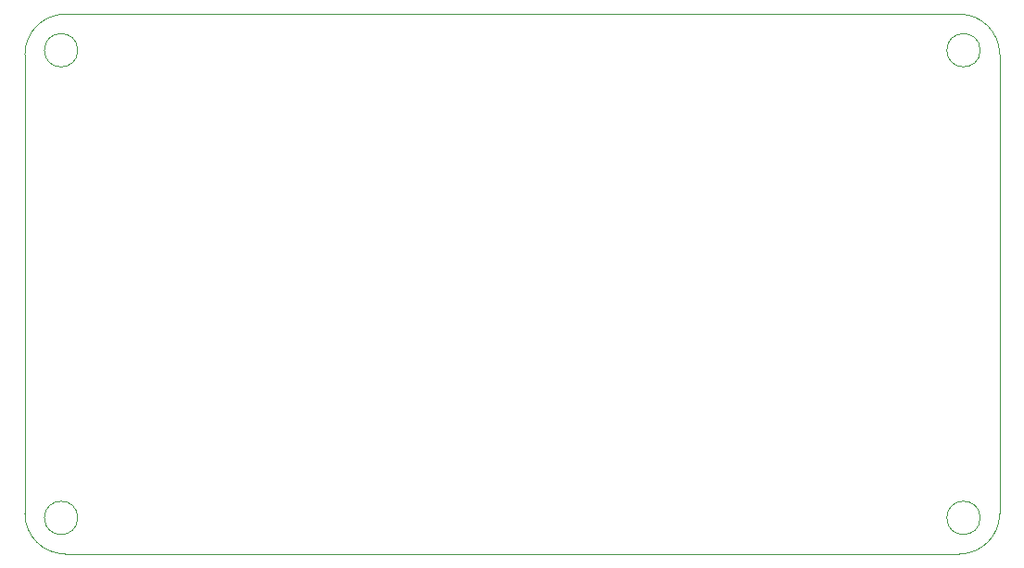
<source format=gm1>
G04 #@! TF.GenerationSoftware,KiCad,Pcbnew,7.0.1*
G04 #@! TF.CreationDate,2023-08-31T11:45:27+03:00*
G04 #@! TF.ProjectId,esp32_hotplate_digital,65737033-325f-4686-9f74-706c6174655f,rev?*
G04 #@! TF.SameCoordinates,Original*
G04 #@! TF.FileFunction,Profile,NP*
%FSLAX46Y46*%
G04 Gerber Fmt 4.6, Leading zero omitted, Abs format (unit mm)*
G04 Created by KiCad (PCBNEW 7.0.1) date 2023-08-31 11:45:27*
%MOMM*%
%LPD*%
G01*
G04 APERTURE LIST*
G04 #@! TA.AperFunction,Profile*
%ADD10C,0.100000*%
G04 #@! TD*
G04 APERTURE END LIST*
D10*
X130708400Y-54610000D02*
G75*
G03*
X130708400Y-54610000I-1524000J0D01*
G01*
X48260000Y-54610000D02*
G75*
G03*
X48260000Y-54610000I-1524000J0D01*
G01*
X47117000Y-51308000D02*
X128803400Y-51308000D01*
X130708400Y-97409000D02*
G75*
G03*
X130708400Y-97409000I-1524000J0D01*
G01*
X128803400Y-100711000D02*
X47117000Y-100711000D01*
X47117000Y-51308000D02*
G75*
G03*
X43434000Y-54991000I0J-3683000D01*
G01*
X43434000Y-97028000D02*
X43434000Y-54991000D01*
X132486400Y-54991000D02*
G75*
G03*
X128803400Y-51308000I-3683000J0D01*
G01*
X132486400Y-54991000D02*
X132486400Y-97028000D01*
X128803400Y-100711000D02*
G75*
G03*
X132486400Y-97028000I0J3683000D01*
G01*
X43434000Y-97028000D02*
G75*
G03*
X47117000Y-100711000I3683000J0D01*
G01*
X48260000Y-97409000D02*
G75*
G03*
X48260000Y-97409000I-1524000J0D01*
G01*
M02*

</source>
